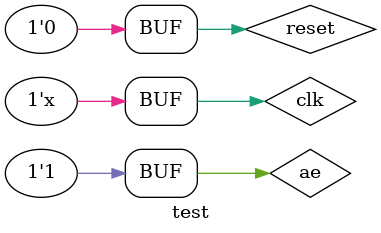
<source format=v>
module test;

  reg clk;
  reg reset;
  reg [31:0] a,b;
  wire [63:0] result;
  reg ae;

  macc_417 macc_unit(.clk(clk), .rst(reset), .a(a), .b(b), .accumulate_enable(ae), .result(result));

  initial begin
    // Dump waves
    // Dump waves
    $dumpfile("dump.vcd");
    $dumpvars(1);
    $display("Reset flop.");
    clk = 0;
    ae = 0;
    a = 0;
    b = 0;
    reset = 1;
    #3
    reset = 0;
    #20
    reset = 1;
    ae = 1;
    #3
    reset = 0;
  end
  
  always begin
    clk = ~clk;
    #2;
  end
  
  always@(posedge clk)
  begin
    a = a+1;
    b = b+3;
  end
  


endmodule
</source>
